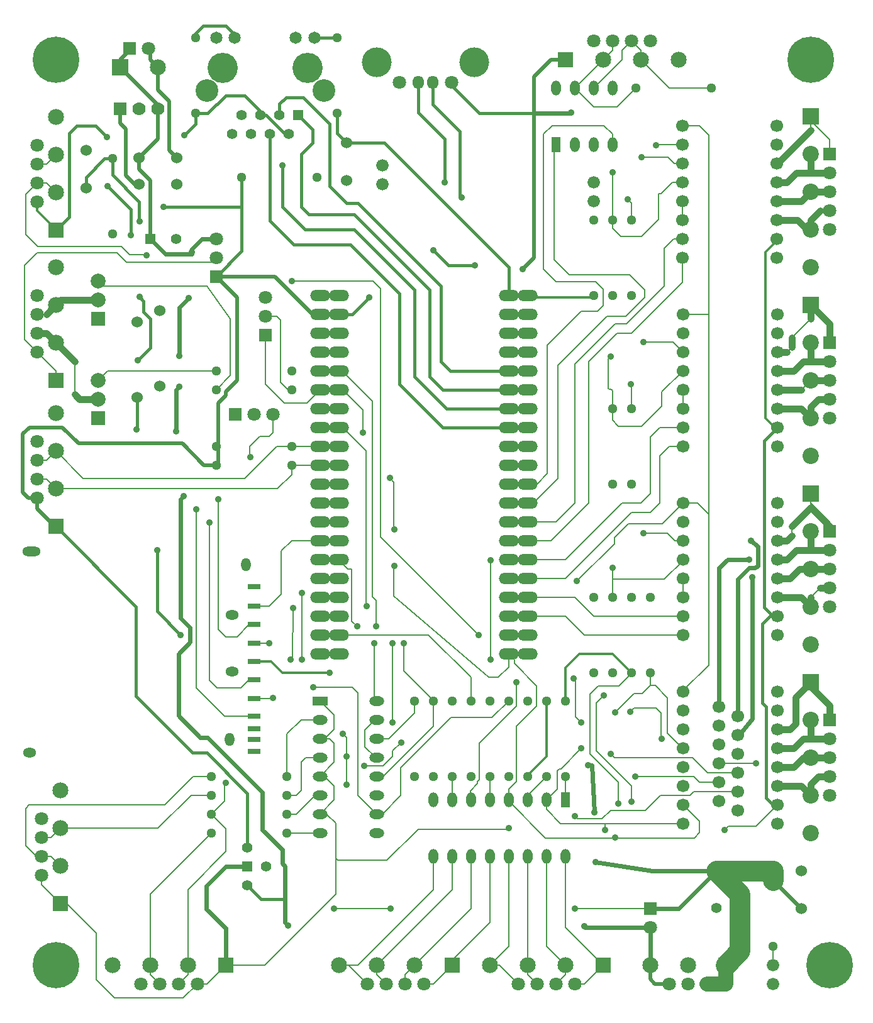
<source format=gtl>
G04 (created by PCBNEW-RS274X (2012-02-06 BZR 3180)-stable) date Sun 03 Jun 2012 09:51:07 PM CEST*
G01*
G70*
G90*
%MOIN*%
G04 Gerber Fmt 3.4, Leading zero omitted, Abs format*
%FSLAX34Y34*%
G04 APERTURE LIST*
%ADD10C,0.006000*%
%ADD11R,0.084600X0.084600*%
%ADD12C,0.084600*%
%ADD13C,0.070900*%
%ADD14R,0.051200X0.078700*%
%ADD15O,0.051200X0.078700*%
%ADD16C,0.246100*%
%ADD17C,0.051200*%
%ADD18C,0.070000*%
%ADD19R,0.070000X0.070000*%
%ADD20C,0.066900*%
%ADD21R,0.078700X0.051200*%
%ADD22O,0.078700X0.051200*%
%ADD23R,0.086600X0.086600*%
%ADD24R,0.070900X0.070900*%
%ADD25C,0.086600*%
%ADD26O,0.106300X0.059100*%
%ADD27C,0.160000*%
%ADD28R,0.055000X0.055000*%
%ADD29C,0.055000*%
%ADD30C,0.120000*%
%ADD31C,0.065000*%
%ADD32C,0.060000*%
%ADD33C,0.066000*%
%ADD34C,0.078700*%
%ADD35R,0.074800X0.074800*%
%ADD36R,0.068900X0.027600*%
%ADD37O,0.050900X0.070400*%
%ADD38O,0.070400X0.050900*%
%ADD39O,0.097800X0.050900*%
%ADD40O,0.059100X0.070900*%
%ADD41C,0.157500*%
%ADD42C,0.035000*%
%ADD43C,0.015700*%
%ADD44C,0.013800*%
%ADD45C,0.008000*%
%ADD46C,0.023600*%
%ADD47C,0.019700*%
%ADD48C,0.035000*%
%ADD49C,0.079900*%
%ADD50C,0.109800*%
G04 APERTURE END LIST*
G54D10*
G54D11*
X49500Y-64000D03*
G54D12*
X47500Y-64000D03*
G54D13*
X48500Y-65000D03*
X47500Y-65000D03*
X46500Y-65000D03*
G54D12*
X45500Y-64000D03*
G54D14*
X40500Y-20500D03*
G54D15*
X41500Y-20500D03*
X42500Y-20500D03*
X43500Y-20500D03*
X43500Y-17500D03*
X42500Y-17500D03*
X41500Y-17500D03*
X40500Y-17500D03*
G54D16*
X14000Y-16000D03*
X54000Y-16000D03*
X14000Y-64000D03*
X55000Y-64000D03*
G54D17*
X26250Y-57000D03*
X22250Y-57000D03*
X41000Y-54000D03*
X41000Y-50000D03*
X40000Y-54000D03*
X40000Y-50000D03*
X23850Y-22250D03*
X27850Y-22250D03*
X26250Y-56000D03*
X22250Y-56000D03*
X37000Y-54000D03*
X37000Y-50000D03*
X45500Y-44500D03*
X45500Y-48500D03*
X35000Y-54000D03*
X35000Y-50000D03*
X33000Y-54000D03*
X33000Y-50000D03*
X42500Y-48500D03*
X42500Y-44500D03*
X34000Y-54000D03*
X34000Y-50000D03*
X38000Y-54000D03*
X38000Y-50000D03*
X26500Y-33500D03*
X22500Y-33500D03*
X43500Y-48500D03*
X43500Y-44500D03*
X26500Y-32500D03*
X22500Y-32500D03*
X44500Y-44500D03*
X44500Y-48500D03*
X43500Y-38500D03*
X43500Y-34500D03*
X17000Y-25250D03*
X17000Y-21250D03*
X44500Y-34500D03*
X44500Y-38500D03*
X36000Y-50000D03*
X36000Y-54000D03*
X43500Y-28500D03*
X43500Y-24500D03*
X26500Y-37500D03*
X22500Y-37500D03*
X26500Y-36500D03*
X22500Y-36500D03*
X44500Y-24500D03*
X44500Y-28500D03*
X52000Y-63000D03*
X52000Y-59000D03*
X42500Y-24500D03*
X42500Y-28500D03*
X21400Y-18850D03*
X21400Y-14850D03*
X28900Y-18850D03*
X28900Y-14850D03*
X48750Y-17500D03*
X44750Y-17500D03*
X39000Y-54000D03*
X39000Y-50000D03*
X26250Y-54000D03*
X22250Y-54000D03*
X26250Y-55000D03*
X22250Y-55000D03*
G54D18*
X19400Y-18600D03*
X18400Y-18600D03*
G54D19*
X17400Y-18600D03*
G54D11*
X14000Y-25050D03*
G54D12*
X14000Y-23050D03*
X14000Y-21050D03*
X14000Y-19050D03*
G54D13*
X13000Y-23550D03*
X13000Y-22550D03*
X13000Y-21550D03*
X13000Y-20550D03*
G54D20*
X47250Y-29500D03*
X47250Y-30500D03*
X47250Y-31500D03*
X47250Y-32500D03*
X47250Y-33500D03*
X47250Y-34500D03*
X47250Y-35500D03*
X47250Y-36500D03*
X52250Y-36500D03*
X52250Y-35500D03*
X52250Y-34500D03*
X52250Y-33500D03*
X52250Y-32500D03*
X52250Y-31500D03*
X52250Y-30500D03*
X52250Y-29500D03*
X47250Y-39500D03*
X47250Y-40500D03*
X47250Y-41500D03*
X47250Y-42500D03*
X47250Y-43500D03*
X47250Y-44500D03*
X47250Y-45500D03*
X47250Y-46500D03*
X52250Y-46500D03*
X52250Y-45500D03*
X52250Y-44500D03*
X52250Y-43500D03*
X52250Y-42500D03*
X52250Y-41500D03*
X52250Y-40500D03*
X52250Y-39500D03*
G54D11*
X41000Y-16000D03*
G54D12*
X43000Y-16000D03*
X45000Y-16000D03*
X47000Y-16000D03*
G54D13*
X42500Y-15000D03*
X43500Y-15000D03*
X44500Y-15000D03*
X45500Y-15000D03*
G54D14*
X41000Y-55250D03*
G54D15*
X40000Y-55250D03*
X39000Y-55250D03*
X38000Y-55250D03*
X37000Y-55250D03*
X36000Y-55250D03*
X35000Y-55250D03*
X34000Y-55250D03*
X34000Y-58250D03*
X35000Y-58250D03*
X36000Y-58250D03*
X37000Y-58250D03*
X38000Y-58250D03*
X39000Y-58250D03*
X40000Y-58250D03*
X41000Y-58250D03*
G54D21*
X28000Y-50000D03*
G54D22*
X28000Y-51000D03*
X28000Y-52000D03*
X28000Y-53000D03*
X28000Y-54000D03*
X28000Y-55000D03*
X28000Y-56000D03*
X28000Y-57000D03*
X31000Y-57000D03*
X31000Y-56000D03*
X31000Y-55000D03*
X31000Y-54000D03*
X31000Y-53000D03*
X31000Y-52000D03*
X31000Y-51000D03*
X31000Y-50000D03*
G54D23*
X17400Y-16400D03*
G54D12*
X19400Y-16400D03*
G54D24*
X17900Y-15400D03*
G54D13*
X18900Y-15400D03*
G54D11*
X14000Y-33000D03*
G54D12*
X14000Y-31000D03*
X14000Y-29000D03*
X14000Y-27000D03*
G54D13*
X13000Y-31500D03*
X13000Y-30500D03*
X13000Y-29500D03*
X13000Y-28500D03*
G54D11*
X14250Y-60750D03*
G54D12*
X14250Y-58750D03*
X14250Y-56750D03*
X14250Y-54750D03*
G54D13*
X13250Y-59250D03*
X13250Y-58250D03*
X13250Y-57250D03*
X13250Y-56250D03*
G54D11*
X23000Y-64000D03*
G54D12*
X21000Y-64000D03*
X19000Y-64000D03*
X17000Y-64000D03*
G54D13*
X21500Y-65000D03*
X20500Y-65000D03*
X19500Y-65000D03*
X18500Y-65000D03*
G54D11*
X43000Y-64000D03*
G54D12*
X41000Y-64000D03*
X39000Y-64000D03*
X37000Y-64000D03*
G54D13*
X41500Y-65000D03*
X40500Y-65000D03*
X39500Y-65000D03*
X38500Y-65000D03*
G54D11*
X14000Y-40750D03*
G54D12*
X14000Y-38750D03*
X14000Y-36750D03*
X14000Y-34750D03*
G54D13*
X13000Y-39250D03*
X13000Y-38250D03*
X13000Y-37250D03*
X13000Y-36250D03*
G54D11*
X35000Y-64000D03*
G54D12*
X33000Y-64000D03*
X31000Y-64000D03*
X29000Y-64000D03*
G54D13*
X33500Y-65000D03*
X32500Y-65000D03*
X31500Y-65000D03*
X30500Y-65000D03*
G54D23*
X54000Y-49000D03*
G54D25*
X54000Y-51000D03*
X54000Y-53000D03*
X54000Y-55000D03*
G54D24*
X55000Y-51000D03*
G54D13*
X55000Y-52000D03*
X55000Y-53000D03*
X55000Y-54000D03*
G54D25*
X54000Y-57000D03*
G54D13*
X55000Y-55000D03*
G54D23*
X54000Y-39000D03*
G54D25*
X54000Y-41000D03*
X54000Y-43000D03*
X54000Y-45000D03*
G54D24*
X55000Y-41000D03*
G54D13*
X55000Y-42000D03*
X55000Y-43000D03*
X55000Y-44000D03*
G54D25*
X54000Y-47000D03*
G54D13*
X55000Y-45000D03*
G54D23*
X54000Y-19000D03*
G54D25*
X54000Y-21000D03*
X54000Y-23000D03*
X54000Y-25000D03*
G54D24*
X55000Y-21000D03*
G54D13*
X55000Y-22000D03*
X55000Y-23000D03*
X55000Y-24000D03*
G54D25*
X54000Y-27000D03*
G54D13*
X55000Y-25000D03*
G54D23*
X54000Y-29000D03*
G54D25*
X54000Y-31000D03*
X54000Y-33000D03*
X54000Y-35000D03*
G54D24*
X55000Y-31000D03*
G54D13*
X55000Y-32000D03*
X55000Y-33000D03*
X55000Y-34000D03*
G54D25*
X54000Y-37000D03*
G54D13*
X55000Y-35000D03*
G54D26*
X39000Y-28500D03*
X39000Y-29500D03*
X39000Y-30500D03*
X39000Y-31500D03*
X39000Y-32500D03*
X39000Y-33500D03*
X39000Y-34500D03*
X39000Y-35500D03*
X39000Y-36500D03*
X39000Y-37500D03*
X39000Y-38500D03*
X39000Y-39500D03*
X39000Y-40500D03*
X39000Y-41500D03*
X39000Y-42500D03*
X39000Y-43500D03*
X39000Y-44500D03*
X39000Y-45500D03*
X39000Y-46500D03*
X39000Y-47500D03*
X28000Y-47500D03*
X28000Y-46500D03*
X28000Y-45500D03*
X28000Y-44500D03*
X28000Y-43500D03*
X28000Y-42500D03*
X28000Y-41500D03*
X28000Y-40500D03*
X28000Y-39500D03*
X28000Y-38500D03*
X28000Y-37500D03*
X28000Y-36500D03*
X28000Y-35500D03*
X28000Y-34500D03*
X28000Y-33500D03*
X28000Y-32500D03*
X28000Y-31500D03*
X28000Y-30500D03*
X28000Y-29500D03*
X28000Y-28500D03*
X29000Y-28500D03*
X29000Y-29500D03*
X29000Y-30500D03*
X29000Y-31500D03*
X29000Y-32500D03*
X29000Y-33500D03*
X29000Y-34500D03*
X29000Y-35500D03*
X29000Y-36500D03*
X29000Y-37500D03*
X29000Y-38500D03*
X29000Y-39500D03*
X29000Y-40500D03*
X29000Y-41500D03*
X29000Y-42500D03*
X29000Y-43500D03*
X29000Y-44500D03*
X29000Y-45500D03*
X29000Y-46500D03*
X29000Y-47500D03*
X38000Y-47500D03*
X38000Y-46500D03*
X38000Y-45500D03*
X38000Y-44500D03*
X38000Y-43500D03*
X38000Y-42500D03*
X38000Y-41500D03*
X38000Y-40500D03*
X38000Y-39500D03*
X38000Y-38500D03*
X38000Y-37500D03*
X38000Y-36500D03*
X38000Y-35500D03*
X38000Y-34500D03*
X38000Y-33500D03*
X38000Y-32500D03*
X38000Y-31500D03*
X38000Y-30500D03*
X38000Y-29500D03*
X38000Y-28500D03*
G54D20*
X47200Y-19500D03*
X47200Y-20500D03*
X47200Y-21500D03*
X47200Y-22500D03*
X47200Y-23500D03*
X47200Y-24500D03*
X47200Y-25500D03*
X47200Y-26500D03*
X52200Y-26500D03*
X52200Y-25500D03*
X52200Y-24500D03*
X52200Y-23500D03*
X52200Y-22500D03*
X52200Y-21500D03*
X52200Y-20500D03*
X52200Y-19500D03*
X47250Y-49500D03*
X47250Y-50500D03*
X47250Y-51500D03*
X47250Y-52500D03*
X47250Y-53500D03*
X47250Y-54500D03*
X47250Y-55500D03*
X47250Y-56500D03*
X52250Y-56500D03*
X52250Y-55500D03*
X52250Y-54500D03*
X52250Y-53500D03*
X52250Y-52500D03*
X52250Y-51500D03*
X52250Y-50500D03*
X52250Y-49500D03*
G54D24*
X22500Y-27500D03*
G54D13*
X22500Y-26500D03*
X22500Y-25500D03*
G54D27*
X22850Y-16450D03*
X27350Y-16450D03*
G54D28*
X26850Y-18950D03*
G54D29*
X26350Y-19950D03*
X25850Y-18950D03*
X25350Y-19950D03*
X24850Y-18950D03*
X24350Y-19950D03*
X23850Y-18950D03*
X23350Y-19950D03*
G54D30*
X28200Y-17650D03*
X22000Y-17650D03*
G54D31*
X27700Y-14850D03*
X26710Y-14850D03*
X23490Y-14850D03*
X22500Y-14850D03*
G54D32*
X53500Y-59000D03*
X53500Y-61000D03*
X15600Y-22800D03*
X15600Y-20800D03*
X29400Y-22400D03*
X29400Y-20400D03*
X20400Y-21200D03*
X18400Y-21200D03*
X20400Y-22600D03*
X18400Y-22600D03*
G54D33*
X42500Y-23500D03*
X42500Y-22500D03*
X31300Y-22600D03*
X31300Y-21600D03*
G54D28*
X49000Y-59000D03*
G54D29*
X49000Y-60969D03*
G54D28*
X19000Y-25500D03*
G54D29*
X20378Y-25500D03*
G54D34*
X16250Y-33000D03*
X16250Y-34000D03*
G54D35*
X16250Y-35000D03*
G54D34*
X16250Y-27750D03*
X16250Y-28750D03*
G54D35*
X16250Y-29750D03*
G54D24*
X45500Y-61000D03*
G54D13*
X45500Y-62000D03*
G54D24*
X23500Y-34800D03*
G54D13*
X24500Y-34800D03*
X25500Y-34800D03*
G54D24*
X25100Y-30600D03*
G54D13*
X25100Y-29600D03*
X25100Y-28600D03*
G54D36*
X24500Y-44978D03*
X24500Y-45957D03*
X24500Y-46935D03*
X24500Y-47913D03*
X24500Y-48890D03*
X24500Y-49869D03*
X24500Y-50818D03*
X24500Y-51483D03*
X24500Y-43963D03*
X24500Y-52050D03*
X24500Y-52676D03*
G54D37*
X24081Y-42770D03*
G54D38*
X23364Y-45443D03*
X23364Y-48463D03*
X12616Y-52758D03*
G54D37*
X23222Y-52053D03*
G54D39*
X12719Y-42085D03*
G54D40*
X33205Y-17220D03*
X33995Y-17220D03*
G54D13*
X32225Y-17220D03*
G54D41*
X31015Y-16150D03*
X36185Y-16150D03*
G54D13*
X34975Y-17220D03*
G54D33*
X52000Y-64000D03*
X52000Y-65000D03*
G54D32*
X19520Y-33300D03*
X19520Y-29300D03*
X18315Y-33900D03*
X18315Y-29900D03*
G54D28*
X24155Y-58765D03*
G54D29*
X24155Y-57765D03*
X24155Y-59765D03*
X25155Y-58765D03*
G54D20*
X50150Y-55800D03*
X49150Y-55300D03*
X50150Y-54800D03*
X49150Y-54300D03*
X50150Y-53800D03*
X49150Y-53300D03*
X50150Y-52800D03*
X49150Y-52300D03*
X50150Y-51800D03*
X49150Y-51300D03*
X50150Y-50800D03*
X49150Y-50300D03*
G54D42*
X16700Y-20100D03*
X20800Y-20000D03*
X28500Y-48500D03*
X43800Y-55450D03*
X49450Y-56850D03*
X19700Y-23800D03*
X41325Y-18825D03*
X38750Y-27100D03*
X30600Y-28600D03*
X36200Y-26900D03*
X34000Y-26100D03*
X51100Y-53300D03*
X25300Y-46950D03*
X25500Y-49850D03*
X29400Y-52950D03*
X29400Y-54450D03*
X29200Y-51750D03*
X44300Y-23410D03*
X45040Y-21170D03*
X45825Y-20550D03*
X34600Y-22500D03*
X30870Y-46942D03*
X29988Y-46060D03*
X44490Y-33210D03*
X50850Y-41500D03*
X43420Y-31750D03*
X45140Y-30970D03*
X31700Y-38175D03*
X24325Y-37075D03*
X31950Y-40925D03*
X43650Y-57250D03*
X31950Y-42850D03*
X50900Y-43450D03*
X32300Y-52200D03*
X23000Y-54350D03*
X43400Y-52800D03*
X30350Y-53450D03*
X44700Y-54000D03*
X22146Y-40551D03*
X22600Y-39300D03*
X21457Y-39862D03*
X32438Y-46942D03*
X30478Y-44982D03*
X26000Y-21600D03*
X45135Y-41100D03*
X17985Y-25315D03*
X16760Y-22725D03*
X18825Y-26375D03*
X35500Y-23300D03*
X43650Y-50600D03*
X44440Y-50580D03*
X46110Y-52010D03*
X43520Y-21990D03*
X43500Y-42930D03*
X31850Y-46942D03*
X30968Y-46060D03*
X31850Y-51156D03*
X18360Y-31950D03*
X18435Y-28580D03*
X18280Y-35605D03*
X18450Y-24585D03*
X20630Y-46505D03*
X19380Y-42005D03*
X50750Y-42500D03*
X37044Y-47824D03*
X30282Y-35770D03*
X38416Y-49000D03*
X37044Y-42532D03*
X41846Y-51156D03*
X43100Y-56850D03*
X26500Y-27750D03*
X41846Y-52528D03*
X41454Y-48804D03*
X36400Y-46500D03*
X26460Y-47824D03*
X27636Y-49294D03*
X26575Y-45075D03*
X27048Y-47824D03*
X27048Y-44296D03*
X41500Y-56100D03*
X38000Y-56750D03*
X41620Y-43660D03*
X43050Y-49700D03*
X44500Y-55350D03*
X20395Y-35705D03*
X20545Y-33355D03*
X20545Y-31705D03*
X21055Y-28645D03*
X42000Y-61950D03*
X26320Y-61915D03*
X21200Y-26225D03*
X20795Y-39155D03*
X42550Y-55900D03*
X41500Y-61000D03*
X31750Y-61000D03*
X28750Y-61000D03*
X42600Y-58550D03*
X42200Y-53400D03*
G54D43*
X21400Y-18850D02*
X21400Y-19400D01*
X14700Y-24350D02*
X14000Y-25050D01*
X14700Y-19900D02*
X14700Y-24350D01*
X15100Y-19500D02*
X14700Y-19900D01*
X16100Y-19500D02*
X15100Y-19500D01*
X16700Y-20100D02*
X16100Y-19500D01*
X21400Y-19400D02*
X20800Y-20000D01*
X38000Y-28500D02*
X38000Y-27000D01*
X31400Y-20400D02*
X29400Y-20400D01*
X38000Y-27000D02*
X31400Y-20400D01*
X21400Y-18850D02*
X22050Y-18850D01*
X24850Y-18750D02*
X24850Y-18950D01*
X24000Y-17900D02*
X24850Y-18750D01*
X23000Y-17900D02*
X24000Y-17900D01*
X22050Y-18850D02*
X23000Y-17900D01*
G54D44*
X39000Y-28600D02*
X42600Y-28600D01*
X42600Y-28600D02*
X42500Y-28500D01*
G54D43*
X52000Y-55500D02*
X51650Y-55150D01*
X51650Y-55150D02*
X51650Y-50300D01*
X51650Y-50300D02*
X51450Y-50100D01*
X51450Y-50100D02*
X51450Y-45900D01*
X51450Y-45900D02*
X51850Y-45500D01*
X51850Y-45500D02*
X52250Y-45500D01*
X52250Y-55500D02*
X52000Y-55500D01*
G54D44*
X25413Y-47913D02*
X24500Y-47913D01*
X26000Y-48500D02*
X25413Y-47913D01*
X39000Y-54000D02*
X39000Y-53950D01*
X39000Y-53950D02*
X40000Y-52950D01*
X52250Y-35500D02*
X52200Y-35600D01*
X52200Y-35600D02*
X51600Y-35000D01*
X51600Y-35000D02*
X51600Y-26200D01*
X14000Y-25050D02*
X14000Y-25000D01*
X14000Y-25000D02*
X13000Y-24000D01*
X13000Y-24000D02*
X13000Y-23550D01*
X28500Y-48500D02*
X26000Y-48500D01*
X43500Y-47500D02*
X41750Y-47500D01*
X41750Y-47500D02*
X41000Y-48250D01*
X39000Y-28500D02*
X39000Y-28600D01*
G54D45*
X42300Y-49650D02*
X42300Y-52800D01*
X42300Y-52800D02*
X43800Y-54300D01*
X43800Y-54300D02*
X43800Y-55450D01*
X49450Y-56850D02*
X49650Y-56650D01*
X49650Y-56650D02*
X51100Y-56650D01*
X51100Y-56650D02*
X52250Y-55500D01*
X44500Y-48500D02*
X44500Y-48550D01*
G54D44*
X51600Y-26200D02*
X52200Y-25600D01*
X52200Y-25600D02*
X52200Y-25500D01*
X40000Y-52950D02*
X40000Y-50000D01*
G54D43*
X28900Y-19900D02*
X29400Y-20400D01*
X28900Y-18850D02*
X28900Y-19900D01*
X25150Y-18950D02*
X26150Y-19950D01*
X26150Y-19950D02*
X26350Y-19950D01*
X24850Y-18950D02*
X25150Y-18950D01*
G54D45*
X42750Y-49200D02*
X42300Y-49650D01*
X43850Y-49200D02*
X42750Y-49200D01*
X44500Y-48550D02*
X43850Y-49200D01*
G54D43*
X52250Y-45500D02*
X52000Y-45500D01*
X51550Y-36200D02*
X52250Y-35500D01*
X51550Y-45050D02*
X51550Y-36200D01*
X52000Y-45500D02*
X51550Y-45050D01*
G54D44*
X44500Y-48500D02*
X43500Y-47500D01*
X41000Y-48250D02*
X41000Y-50000D01*
G54D43*
X34975Y-17220D02*
X34975Y-17375D01*
X36440Y-18840D02*
X39350Y-18840D01*
X34975Y-17375D02*
X36440Y-18840D01*
G54D46*
X41325Y-18825D02*
X41310Y-18840D01*
G54D43*
X22000Y-52750D02*
X21250Y-52750D01*
G54D47*
X18400Y-22600D02*
X18171Y-22600D01*
G54D43*
X23800Y-23800D02*
X23850Y-23800D01*
X23850Y-23800D02*
X23800Y-23800D01*
X19700Y-23800D02*
X23850Y-23800D01*
G54D47*
X12550Y-39250D02*
X13000Y-39250D01*
X22500Y-37500D02*
X21850Y-37500D01*
X22500Y-37500D02*
X22600Y-37600D01*
X22600Y-37600D02*
X22600Y-36600D01*
X17717Y-19686D02*
X17400Y-19369D01*
X22500Y-27500D02*
X25600Y-27500D01*
X27600Y-29500D02*
X28000Y-29500D01*
X39350Y-16900D02*
X40250Y-16000D01*
X23000Y-33600D02*
X23000Y-33800D01*
X25600Y-27500D02*
X27600Y-29500D01*
G54D46*
X41310Y-18840D02*
X39350Y-18840D01*
G54D43*
X21250Y-52750D02*
X18250Y-49750D01*
X24155Y-57765D02*
X24155Y-54905D01*
X24155Y-54905D02*
X22000Y-52750D01*
G54D47*
X23600Y-33000D02*
X23000Y-33600D01*
G54D43*
X18250Y-49750D02*
X18250Y-45000D01*
G54D47*
X14000Y-40800D02*
X13000Y-39800D01*
X18171Y-22600D02*
X17717Y-22146D01*
X22500Y-27500D02*
X23600Y-28600D01*
X23600Y-28600D02*
X23600Y-33000D01*
X20700Y-36350D02*
X15200Y-36350D01*
X21850Y-37500D02*
X20700Y-36350D01*
X38750Y-27100D02*
X39350Y-26500D01*
X39350Y-26500D02*
X39350Y-18840D01*
G54D43*
X29700Y-29500D02*
X30600Y-28600D01*
X29000Y-29500D02*
X29700Y-29500D01*
X34800Y-26900D02*
X36200Y-26900D01*
X34000Y-26100D02*
X34800Y-26900D01*
G54D47*
X40250Y-16000D02*
X41000Y-16000D01*
X12600Y-35500D02*
X12250Y-35850D01*
X39350Y-18840D02*
X39350Y-16900D01*
X23000Y-33800D02*
X22600Y-34200D01*
X22600Y-34200D02*
X22600Y-36600D01*
X12250Y-38950D02*
X12550Y-39250D01*
X12250Y-35850D02*
X12250Y-38950D01*
X22600Y-36600D02*
X22500Y-36500D01*
X17717Y-22146D02*
X17717Y-19686D01*
X17400Y-19369D02*
X17400Y-18600D01*
X14350Y-35500D02*
X12600Y-35500D01*
G54D43*
X18250Y-45000D02*
X14000Y-40750D01*
X23850Y-22250D02*
X23850Y-23800D01*
X23850Y-23800D02*
X23850Y-26150D01*
X23850Y-26150D02*
X22500Y-27500D01*
G54D47*
X13000Y-39800D02*
X13000Y-39250D01*
X14000Y-40750D02*
X14000Y-40800D01*
X15200Y-36350D02*
X14350Y-35500D01*
X20400Y-21200D02*
X20000Y-20800D01*
G54D45*
X29400Y-52950D02*
X29400Y-54450D01*
X24500Y-46935D02*
X25285Y-46935D01*
X49150Y-53300D02*
X51100Y-53300D01*
X24500Y-49869D02*
X25381Y-49869D01*
X25450Y-49800D02*
X25500Y-49850D01*
G54D47*
X19000Y-15400D02*
X18900Y-15400D01*
G54D45*
X30380Y-51548D02*
X30380Y-52430D01*
G54D47*
X19400Y-16400D02*
X19000Y-16000D01*
G54D45*
X29400Y-52950D02*
X29400Y-51950D01*
X25285Y-46935D02*
X25300Y-46950D01*
G54D47*
X19400Y-17600D02*
X19400Y-16400D01*
G54D45*
X30380Y-52430D02*
X30968Y-53018D01*
G54D47*
X19000Y-16000D02*
X19000Y-15400D01*
X20000Y-18200D02*
X19400Y-17600D01*
G54D45*
X31000Y-51000D02*
X30968Y-50960D01*
X30968Y-50960D02*
X30380Y-51548D01*
X30968Y-53018D02*
X31000Y-53000D01*
X25381Y-49869D02*
X25450Y-49800D01*
X29400Y-51950D02*
X29200Y-51750D01*
G54D47*
X20000Y-20800D02*
X20000Y-18200D01*
G54D45*
X44500Y-24500D02*
X44500Y-23610D01*
X44500Y-23610D02*
X44300Y-23410D01*
X47200Y-23500D02*
X47200Y-24500D01*
X46440Y-21170D02*
X45040Y-21170D01*
X46770Y-21500D02*
X46440Y-21170D01*
X47200Y-21500D02*
X46770Y-21500D01*
X45855Y-20550D02*
X45825Y-20550D01*
X47200Y-20500D02*
X45905Y-20500D01*
X45905Y-20500D02*
X45855Y-20550D01*
G54D43*
X33205Y-18805D02*
X34600Y-20200D01*
X34600Y-20200D02*
X34600Y-22500D01*
X33205Y-17220D02*
X33205Y-18805D01*
G54D45*
X40532Y-27782D02*
X39850Y-27100D01*
X43000Y-29050D02*
X43000Y-28182D01*
X43000Y-28182D02*
X42600Y-27782D01*
X39850Y-19950D02*
X40300Y-19500D01*
X39500Y-38500D02*
X40050Y-37950D01*
X39850Y-27100D02*
X39850Y-19950D01*
X43050Y-19500D02*
X43500Y-19950D01*
X42600Y-27782D02*
X40532Y-27782D01*
X40050Y-37950D02*
X40050Y-31150D01*
X42700Y-29350D02*
X43000Y-29050D01*
X40050Y-31150D02*
X41850Y-29350D01*
X40300Y-19500D02*
X43050Y-19500D01*
X41850Y-29350D02*
X42700Y-29350D01*
X43500Y-19950D02*
X43500Y-20500D01*
X39000Y-38500D02*
X39500Y-38500D01*
X38000Y-39500D02*
X39000Y-39500D01*
X40400Y-26600D02*
X41200Y-27400D01*
X41200Y-27400D02*
X44400Y-27400D01*
X40600Y-38200D02*
X39200Y-39600D01*
X45200Y-28600D02*
X44200Y-29600D01*
X43200Y-29600D02*
X40600Y-32200D01*
X40400Y-20600D02*
X40400Y-26600D01*
X38100Y-39600D02*
X38000Y-39500D01*
X44400Y-27400D02*
X45200Y-28200D01*
X44200Y-29600D02*
X43200Y-29600D01*
X40600Y-32200D02*
X40600Y-38200D01*
X40500Y-20500D02*
X40400Y-20600D01*
X39200Y-39600D02*
X38100Y-39600D01*
X45200Y-28200D02*
X45200Y-28600D01*
X45500Y-36000D02*
X45500Y-39000D01*
X45500Y-39000D02*
X45000Y-39500D01*
X47250Y-35500D02*
X46000Y-35500D01*
X46000Y-35500D02*
X45500Y-36000D01*
X44000Y-39500D02*
X41000Y-42500D01*
X45000Y-39500D02*
X44000Y-39500D01*
X41000Y-42500D02*
X38000Y-42500D01*
X29498Y-43022D02*
X29008Y-42532D01*
X29694Y-45766D02*
X29694Y-43022D01*
X30968Y-49980D02*
X30870Y-49882D01*
X29988Y-46060D02*
X29694Y-45766D01*
X30870Y-49882D02*
X30870Y-46942D01*
X29008Y-42532D02*
X29000Y-42500D01*
X29694Y-43022D02*
X29498Y-43022D01*
X31000Y-50000D02*
X30968Y-49980D01*
X44500Y-34500D02*
X44500Y-33220D01*
X44500Y-33220D02*
X44490Y-33210D01*
G54D46*
X51200Y-41800D02*
X50850Y-41500D01*
X51200Y-42833D02*
X51200Y-41800D01*
X51033Y-42950D02*
X51200Y-42833D01*
X50750Y-42950D02*
X51033Y-42950D01*
X50150Y-43550D02*
X50750Y-42950D01*
G54D45*
X54000Y-39000D02*
X54000Y-39500D01*
X53000Y-41250D02*
X53000Y-40750D01*
G54D48*
X55000Y-40750D02*
X54000Y-39750D01*
G54D45*
X55000Y-40500D02*
X55000Y-41000D01*
G54D48*
X55000Y-41000D02*
X55000Y-40750D01*
G54D45*
X54000Y-39500D02*
X55000Y-40500D01*
G54D48*
X53000Y-40750D02*
X54000Y-39750D01*
G54D45*
X54000Y-39750D02*
X54000Y-39000D01*
G54D46*
X50150Y-50800D02*
X50150Y-43550D01*
G54D48*
X52250Y-41500D02*
X52750Y-41500D01*
X52750Y-41500D02*
X53000Y-41250D01*
G54D45*
X43830Y-35445D02*
X45045Y-35445D01*
X43500Y-34500D02*
X43500Y-35115D01*
X43500Y-35115D02*
X43830Y-35445D01*
X45045Y-35445D02*
X46125Y-34365D01*
X43425Y-33480D02*
X43340Y-33480D01*
X43340Y-33480D02*
X43290Y-33430D01*
X46125Y-33625D02*
X47250Y-32500D01*
X43290Y-31880D02*
X43420Y-31750D01*
X46125Y-34365D02*
X46125Y-33625D01*
X43500Y-34500D02*
X43500Y-33555D01*
X43500Y-33555D02*
X43425Y-33480D01*
X43290Y-33430D02*
X43290Y-31880D01*
G54D48*
X52250Y-21500D02*
X54000Y-19750D01*
G54D45*
X54000Y-19750D02*
X54000Y-19000D01*
G54D48*
X52200Y-21500D02*
X52250Y-21500D01*
G54D45*
X54000Y-19250D02*
X55000Y-20250D01*
X55000Y-20250D02*
X55000Y-21000D01*
G54D48*
X54000Y-19000D02*
X54000Y-19250D01*
G54D45*
X41500Y-39500D02*
X40500Y-40500D01*
X40500Y-40500D02*
X38000Y-40500D01*
X47200Y-25500D02*
X46750Y-25500D01*
X46250Y-26000D02*
X46250Y-28000D01*
X46750Y-25500D02*
X46250Y-26000D01*
X41500Y-32150D02*
X41500Y-39500D01*
X43650Y-30000D02*
X41500Y-32150D01*
X46250Y-28000D02*
X44250Y-30000D01*
X44250Y-30000D02*
X43650Y-30000D01*
G54D48*
X52200Y-23500D02*
X53500Y-23500D01*
X53500Y-23500D02*
X54000Y-23000D01*
X54000Y-23000D02*
X55000Y-23000D01*
X53250Y-22000D02*
X54000Y-22000D01*
X52750Y-22500D02*
X53250Y-22000D01*
X52200Y-22500D02*
X52750Y-22500D01*
G54D45*
X53250Y-22000D02*
X55000Y-22000D01*
G54D48*
X54000Y-22000D02*
X55000Y-22000D01*
X54000Y-21000D02*
X54000Y-22000D01*
G54D45*
X45150Y-30980D02*
X46730Y-30980D01*
X45140Y-30970D02*
X45150Y-30980D01*
X46730Y-30980D02*
X47250Y-31500D01*
G54D48*
X52250Y-31500D02*
X52750Y-31500D01*
G54D45*
X52750Y-31500D02*
X53000Y-31250D01*
G54D48*
X53000Y-31250D02*
X53000Y-30750D01*
X54000Y-29750D02*
X54000Y-29000D01*
X55000Y-30000D02*
X55000Y-31000D01*
G54D45*
X53000Y-30750D02*
X54000Y-29750D01*
G54D48*
X54000Y-29000D02*
X55000Y-30000D01*
G54D45*
X45500Y-40000D02*
X44500Y-40000D01*
X47250Y-36500D02*
X46500Y-36500D01*
X46500Y-36500D02*
X46000Y-37000D01*
X46000Y-39500D02*
X45500Y-40000D01*
X41000Y-43500D02*
X38000Y-43500D01*
X44500Y-40000D02*
X41000Y-43500D01*
X46000Y-37000D02*
X46000Y-39500D01*
G54D48*
X55000Y-54000D02*
X54400Y-54000D01*
X54400Y-54000D02*
X54000Y-54400D01*
X54000Y-54400D02*
X54000Y-55000D01*
X52250Y-54500D02*
X53500Y-54500D01*
X53500Y-54500D02*
X54000Y-55000D01*
G54D45*
X38024Y-55272D02*
X38000Y-55250D01*
X36950Y-48750D02*
X31900Y-44450D01*
X38000Y-48200D02*
X37450Y-48750D01*
X48130Y-56380D02*
X47250Y-55500D01*
X31925Y-40900D02*
X31925Y-38400D01*
X38000Y-55322D02*
X39961Y-57283D01*
X39495Y-50273D02*
X38416Y-51352D01*
X43650Y-57283D02*
X47835Y-57283D01*
X38000Y-55250D02*
X38000Y-55322D01*
X38024Y-54684D02*
X38024Y-55272D01*
X43650Y-57250D02*
X43650Y-57283D01*
X37450Y-48750D02*
X36950Y-48750D01*
X24825Y-35975D02*
X25300Y-35975D01*
X24275Y-37025D02*
X24275Y-36525D01*
X48130Y-56988D02*
X48130Y-56380D01*
X31900Y-42900D02*
X31950Y-42850D01*
X25300Y-35975D02*
X25500Y-35775D01*
X31950Y-40925D02*
X31925Y-40900D01*
X38416Y-51352D02*
X38416Y-54292D01*
X25500Y-35775D02*
X25500Y-34800D01*
X31925Y-38400D02*
X31700Y-38175D01*
X38000Y-47500D02*
X38024Y-47530D01*
X38416Y-54292D02*
X38024Y-54684D01*
X38318Y-47824D02*
X38318Y-48020D01*
X31900Y-44450D02*
X31900Y-42900D01*
X24325Y-37075D02*
X24275Y-37025D01*
X38318Y-48020D02*
X39495Y-49197D01*
X39961Y-57283D02*
X43650Y-57283D01*
X24275Y-36525D02*
X24825Y-35975D01*
X39495Y-49197D02*
X39495Y-50273D01*
X38000Y-47500D02*
X38000Y-48200D01*
X47835Y-57283D02*
X48130Y-56988D01*
X38024Y-47530D02*
X38318Y-47824D01*
X28000Y-45500D02*
X29000Y-45500D01*
G54D48*
X54000Y-45000D02*
X54000Y-44500D01*
X54500Y-44000D02*
X55000Y-44000D01*
G54D45*
X54500Y-44000D02*
X54000Y-44500D01*
G54D48*
X53500Y-44500D02*
X54000Y-45000D01*
X52250Y-44500D02*
X53500Y-44500D01*
G54D46*
X50150Y-51800D02*
X50200Y-51800D01*
X50900Y-50950D02*
X50900Y-43450D01*
X50200Y-51800D02*
X50900Y-50950D01*
G54D45*
X53500Y-43000D02*
X53000Y-43500D01*
X53000Y-43500D02*
X52250Y-43500D01*
G54D48*
X52250Y-43500D02*
X52900Y-43500D01*
G54D45*
X54000Y-43000D02*
X55000Y-43000D01*
G54D48*
X53400Y-43000D02*
X55000Y-43000D01*
X52900Y-43500D02*
X53400Y-43000D01*
G54D45*
X54000Y-43000D02*
X53500Y-43000D01*
X52000Y-63000D02*
X52000Y-64000D01*
X26300Y-33500D02*
X26500Y-33500D01*
X25900Y-29800D02*
X25900Y-33100D01*
X25900Y-33100D02*
X26300Y-33500D01*
X25100Y-29600D02*
X25700Y-29600D01*
X25700Y-29600D02*
X25900Y-29800D01*
X43000Y-16000D02*
X43500Y-15500D01*
X43750Y-18500D02*
X44750Y-17500D01*
X41500Y-17500D02*
X42500Y-18500D01*
X43500Y-15500D02*
X43500Y-15000D01*
X41500Y-17500D02*
X43000Y-16000D01*
X42500Y-18500D02*
X43750Y-18500D01*
X13000Y-26250D02*
X12350Y-26900D01*
X17250Y-26250D02*
X13000Y-26250D01*
X14000Y-32500D02*
X13000Y-31500D01*
X12350Y-30850D02*
X13000Y-31500D01*
X12350Y-26900D02*
X12350Y-30850D01*
X22250Y-26750D02*
X17750Y-26750D01*
X14000Y-33000D02*
X14000Y-32500D01*
X22500Y-26500D02*
X22250Y-26750D01*
X17750Y-26750D02*
X17250Y-26250D01*
X22000Y-28000D02*
X23250Y-29750D01*
X16500Y-28000D02*
X22000Y-28000D01*
X23250Y-32750D02*
X23250Y-29750D01*
X22500Y-33500D02*
X23250Y-32750D01*
X16500Y-28000D02*
X16250Y-27750D01*
G54D48*
X15250Y-34000D02*
X15000Y-33750D01*
X13500Y-30500D02*
X14000Y-31000D01*
X15000Y-32000D02*
X14000Y-31000D01*
X16250Y-34000D02*
X15250Y-34000D01*
X13000Y-30500D02*
X13500Y-30500D01*
G54D45*
X15000Y-32000D02*
X15000Y-33750D01*
X16250Y-33000D02*
X16750Y-32500D01*
X16750Y-32500D02*
X22500Y-32500D01*
X13250Y-57250D02*
X13750Y-57250D01*
X14250Y-56750D02*
X19431Y-56750D01*
X19431Y-56750D02*
X21181Y-55000D01*
X21181Y-55000D02*
X22250Y-55000D01*
X13750Y-57250D02*
X14250Y-56750D01*
X32300Y-52200D02*
X31850Y-52650D01*
X31850Y-52650D02*
X31850Y-52950D01*
X31350Y-53450D02*
X30350Y-53450D01*
X31850Y-52950D02*
X31350Y-53450D01*
X23031Y-56781D02*
X22250Y-56000D01*
X23031Y-57973D02*
X23031Y-56781D01*
X21000Y-64000D02*
X21000Y-64500D01*
X21000Y-64000D02*
X21000Y-60004D01*
X21000Y-60004D02*
X23031Y-57973D01*
X50150Y-53800D02*
X48550Y-53800D01*
X22950Y-55300D02*
X22250Y-56000D01*
X43600Y-53000D02*
X43400Y-52800D01*
X21000Y-64500D02*
X20500Y-65000D01*
X23000Y-54350D02*
X22950Y-54400D01*
X47750Y-53000D02*
X43600Y-53000D01*
X48550Y-53800D02*
X47750Y-53000D01*
X22950Y-54400D02*
X22950Y-55300D01*
X13250Y-58250D02*
X13750Y-58250D01*
X13750Y-58250D02*
X14250Y-58750D01*
X12598Y-55512D02*
X19783Y-55512D01*
X12974Y-58250D02*
X12402Y-57678D01*
X12402Y-55708D02*
X12598Y-55512D01*
X19783Y-55512D02*
X21295Y-54000D01*
X13250Y-58250D02*
X12974Y-58250D01*
X12402Y-57678D02*
X12402Y-55708D01*
X21295Y-54000D02*
X22250Y-54000D01*
X27000Y-51000D02*
X26250Y-51750D01*
X26250Y-51750D02*
X26250Y-54000D01*
X28000Y-51000D02*
X27000Y-51000D01*
X28000Y-53000D02*
X27250Y-53000D01*
X27250Y-53000D02*
X27000Y-53250D01*
X27000Y-53250D02*
X27000Y-54750D01*
X27000Y-54750D02*
X26750Y-55000D01*
X26750Y-55000D02*
X26250Y-55000D01*
X27750Y-55000D02*
X26750Y-56000D01*
X26750Y-56000D02*
X26250Y-56000D01*
X28000Y-55000D02*
X27750Y-55000D01*
X48100Y-54300D02*
X47800Y-54000D01*
X47800Y-54000D02*
X44700Y-54000D01*
X19000Y-64000D02*
X19000Y-64500D01*
X19000Y-64500D02*
X19500Y-65000D01*
X19000Y-60250D02*
X22250Y-57000D01*
X19000Y-64000D02*
X19000Y-60250D01*
X49150Y-54300D02*
X48100Y-54300D01*
X37000Y-64000D02*
X37500Y-64000D01*
X38000Y-58250D02*
X38000Y-63000D01*
X37500Y-64000D02*
X38500Y-65000D01*
X38000Y-63000D02*
X37000Y-64000D01*
X30000Y-64000D02*
X34000Y-60000D01*
X29500Y-64000D02*
X30500Y-65000D01*
X29000Y-64000D02*
X30000Y-64000D01*
X34000Y-60000D02*
X34000Y-58250D01*
X29000Y-64000D02*
X29500Y-64000D01*
X32500Y-65000D02*
X32500Y-64500D01*
X36000Y-61000D02*
X36000Y-58250D01*
X33000Y-64000D02*
X36000Y-61000D01*
X32500Y-64500D02*
X33000Y-64000D01*
X35000Y-54000D02*
X35000Y-55250D01*
X37000Y-55250D02*
X37000Y-54000D01*
X39000Y-55000D02*
X40000Y-54000D01*
X39000Y-55250D02*
X39000Y-55000D01*
X41000Y-54000D02*
X41000Y-55250D01*
X42000Y-65000D02*
X43000Y-64000D01*
X41000Y-62000D02*
X43000Y-64000D01*
X41500Y-65000D02*
X42000Y-65000D01*
X41000Y-58250D02*
X41000Y-62000D01*
X41000Y-64500D02*
X40500Y-65000D01*
X40000Y-63000D02*
X41000Y-64000D01*
X40000Y-58250D02*
X40000Y-63000D01*
X41000Y-64000D02*
X41000Y-64500D01*
X39000Y-64000D02*
X39000Y-58250D01*
X39000Y-64500D02*
X39500Y-65000D01*
X39000Y-64000D02*
X39000Y-64500D01*
X37000Y-61750D02*
X37000Y-58250D01*
X35000Y-64000D02*
X35000Y-63750D01*
X33500Y-65000D02*
X34000Y-65000D01*
X34000Y-65000D02*
X35000Y-64000D01*
X35000Y-63750D02*
X37000Y-61750D01*
X35000Y-60000D02*
X35000Y-58250D01*
X31000Y-64000D02*
X35000Y-60000D01*
X31000Y-64500D02*
X31500Y-65000D01*
X31000Y-64000D02*
X31000Y-64500D01*
X24500Y-48890D02*
X24239Y-48890D01*
X22146Y-48917D02*
X22146Y-40551D01*
X23818Y-49311D02*
X22540Y-49311D01*
X22540Y-49311D02*
X22146Y-48917D01*
X24239Y-48890D02*
X23818Y-49311D01*
X28000Y-40500D02*
X29000Y-40500D01*
X24500Y-48890D02*
X24239Y-48890D01*
X23600Y-46600D02*
X23000Y-46600D01*
X22600Y-46200D02*
X22600Y-39300D01*
X23000Y-46600D02*
X22600Y-46200D01*
X24500Y-45957D02*
X24243Y-45957D01*
X28000Y-38500D02*
X29000Y-38500D01*
X24243Y-45957D02*
X23600Y-46600D01*
X24500Y-44978D02*
X25322Y-44978D01*
X26500Y-41500D02*
X28000Y-41500D01*
X25322Y-44978D02*
X25950Y-44350D01*
X28000Y-41500D02*
X29000Y-41500D01*
X25950Y-42050D02*
X26500Y-41500D01*
X25950Y-44350D02*
X25950Y-42050D01*
X21457Y-49311D02*
X21457Y-39862D01*
X22964Y-50818D02*
X21457Y-49311D01*
X24500Y-50818D02*
X22964Y-50818D01*
X28000Y-39500D02*
X29000Y-39500D01*
X30434Y-36800D02*
X30434Y-36734D01*
X29200Y-35500D02*
X29000Y-35500D01*
X34000Y-51335D02*
X34000Y-50000D01*
X30478Y-44982D02*
X30434Y-44938D01*
X30434Y-44938D02*
X30434Y-36800D01*
X32438Y-48412D02*
X32438Y-46942D01*
X34000Y-50000D02*
X34006Y-49980D01*
X31000Y-54000D02*
X31335Y-54000D01*
X30434Y-36734D02*
X29200Y-35500D01*
X34006Y-49980D02*
X32438Y-48412D01*
X28000Y-35500D02*
X29000Y-35500D01*
X31335Y-54000D02*
X34000Y-51335D01*
X26250Y-57000D02*
X28000Y-57000D01*
G54D43*
X38000Y-35500D02*
X34500Y-35500D01*
X25350Y-24550D02*
X25350Y-19950D01*
X26600Y-25800D02*
X25350Y-24550D01*
X29600Y-25800D02*
X26600Y-25800D01*
X32200Y-28400D02*
X29600Y-25800D01*
X32200Y-33200D02*
X32200Y-28400D01*
X34500Y-35500D02*
X32200Y-33200D01*
G54D45*
X39000Y-35500D02*
X38000Y-35500D01*
G54D43*
X38000Y-33500D02*
X34500Y-33500D01*
X27600Y-19700D02*
X26850Y-18950D01*
X27600Y-20400D02*
X27600Y-19700D01*
X27000Y-21000D02*
X27600Y-20400D01*
X27000Y-23800D02*
X27000Y-21000D01*
X27400Y-24200D02*
X27000Y-23800D01*
X29800Y-24200D02*
X27400Y-24200D01*
X33800Y-28200D02*
X29800Y-24200D01*
X33800Y-32800D02*
X33800Y-28200D01*
X34500Y-33500D02*
X33800Y-32800D01*
G54D45*
X39000Y-33500D02*
X38000Y-33500D01*
G54D43*
X38000Y-34500D02*
X34700Y-34500D01*
X26000Y-23800D02*
X26000Y-21600D01*
X27200Y-25000D02*
X26000Y-23800D01*
X29800Y-25000D02*
X27200Y-25000D01*
X33000Y-28200D02*
X29800Y-25000D01*
X33000Y-32800D02*
X33000Y-28200D01*
X34700Y-34500D02*
X33000Y-32800D01*
G54D45*
X39000Y-34500D02*
X38000Y-34500D01*
G54D43*
X38000Y-32500D02*
X34900Y-32500D01*
X25850Y-18350D02*
X25850Y-18950D01*
X26200Y-18000D02*
X25850Y-18350D01*
X27100Y-18000D02*
X26200Y-18000D01*
X28500Y-19400D02*
X27100Y-18000D01*
X28500Y-22700D02*
X28500Y-19400D01*
X29400Y-23600D02*
X28500Y-22700D01*
X30000Y-23600D02*
X29400Y-23600D01*
X34400Y-28000D02*
X30000Y-23600D01*
X34400Y-32000D02*
X34400Y-28000D01*
X34900Y-32500D02*
X34400Y-32000D01*
G54D45*
X39000Y-32500D02*
X38000Y-32500D01*
G54D48*
X53200Y-49800D02*
X54000Y-49000D01*
X52900Y-51500D02*
X53200Y-51200D01*
X53200Y-51200D02*
X53200Y-49800D01*
X54000Y-49000D02*
X54000Y-49250D01*
X55000Y-50250D02*
X55000Y-51000D01*
X52250Y-51500D02*
X52900Y-51500D01*
X54000Y-49250D02*
X55000Y-50250D01*
G54D45*
X47250Y-44500D02*
X47250Y-43500D01*
X46825Y-41500D02*
X46425Y-41100D01*
X47250Y-41500D02*
X46825Y-41500D01*
X46425Y-41100D02*
X45135Y-41100D01*
G54D43*
X16760Y-22725D02*
X17985Y-23950D01*
G54D45*
X13500Y-21550D02*
X14000Y-21050D01*
X13000Y-21550D02*
X13500Y-21550D01*
G54D43*
X17985Y-23950D02*
X17985Y-25315D01*
G54D45*
X18825Y-26375D02*
X18800Y-26350D01*
X18800Y-26350D02*
X17900Y-26350D01*
X13500Y-22550D02*
X14000Y-23050D01*
X17900Y-26350D02*
X17475Y-25925D01*
X17475Y-25925D02*
X13050Y-25925D01*
X13050Y-25925D02*
X12400Y-25275D01*
X12400Y-23150D02*
X13000Y-22550D01*
X12400Y-25275D02*
X12400Y-23150D01*
X13000Y-22550D02*
X13500Y-22550D01*
G54D43*
X35500Y-23300D02*
X35400Y-23200D01*
X35400Y-23200D02*
X35400Y-19800D01*
X35400Y-19800D02*
X33995Y-18395D01*
X33995Y-18395D02*
X33995Y-17220D01*
G54D45*
X45780Y-49190D02*
X45500Y-49190D01*
X47250Y-52500D02*
X47220Y-52500D01*
X43650Y-50600D02*
X44640Y-49610D01*
X46420Y-49830D02*
X45780Y-49190D01*
X46420Y-51700D02*
X46420Y-49830D01*
X45080Y-49610D02*
X45500Y-49190D01*
X45500Y-49190D02*
X45500Y-48500D01*
X47220Y-52500D02*
X46420Y-51700D01*
X44640Y-49610D02*
X45080Y-49610D01*
X45825Y-50380D02*
X44640Y-50380D01*
X44640Y-50380D02*
X44440Y-50580D01*
X46090Y-51990D02*
X46090Y-50645D01*
X46110Y-52010D02*
X46090Y-51990D01*
X46090Y-50645D02*
X45825Y-50380D01*
G54D43*
X27700Y-14850D02*
X28900Y-14850D01*
X21400Y-14600D02*
X21800Y-14200D01*
X21800Y-14200D02*
X23000Y-14200D01*
X23000Y-14200D02*
X23490Y-14690D01*
X23490Y-14690D02*
X23490Y-14850D01*
X21400Y-14850D02*
X21400Y-14600D01*
G54D45*
X47250Y-34500D02*
X47250Y-33500D01*
X43500Y-24500D02*
X43500Y-22010D01*
X45060Y-25395D02*
X43950Y-25395D01*
X43950Y-25395D02*
X43500Y-24945D01*
X47200Y-22500D02*
X46680Y-22500D01*
X45960Y-24495D02*
X45060Y-25395D01*
X43500Y-22010D02*
X43520Y-21990D01*
X46080Y-23100D02*
X45960Y-23100D01*
X43500Y-24945D02*
X43500Y-24500D01*
X45960Y-23100D02*
X45960Y-24495D01*
X46680Y-22500D02*
X46080Y-23100D01*
X43500Y-44500D02*
X43500Y-43560D01*
X47250Y-42500D02*
X47250Y-42570D01*
X46260Y-43560D02*
X43500Y-43560D01*
X43500Y-43560D02*
X43500Y-42930D01*
X47250Y-42570D02*
X46260Y-43560D01*
G54D48*
X52250Y-34500D02*
X53500Y-34500D01*
X54000Y-34400D02*
X54400Y-34000D01*
X53500Y-34500D02*
X54000Y-35000D01*
X54400Y-34000D02*
X55000Y-34000D01*
X54000Y-35000D02*
X54000Y-34400D01*
G54D45*
X13000Y-29500D02*
X13500Y-29500D01*
G54D48*
X16250Y-28750D02*
X14250Y-28750D01*
G54D45*
X14000Y-29000D02*
X14250Y-28750D01*
X13500Y-29500D02*
X14000Y-29000D01*
G54D48*
X14250Y-28750D02*
X13500Y-29500D01*
G54D45*
X29000Y-47500D02*
X28000Y-47500D01*
X41500Y-44500D02*
X42500Y-45500D01*
X42500Y-45500D02*
X47250Y-45500D01*
X38000Y-44500D02*
X41500Y-44500D01*
X25700Y-36500D02*
X24000Y-38200D01*
X26500Y-36500D02*
X25700Y-36500D01*
X28000Y-36500D02*
X29000Y-36500D01*
X24000Y-38200D02*
X15450Y-38200D01*
X15450Y-38200D02*
X14000Y-36750D01*
X13500Y-37250D02*
X14000Y-36750D01*
X13000Y-37250D02*
X13500Y-37250D01*
X26500Y-36500D02*
X28000Y-36500D01*
G54D48*
X55000Y-53000D02*
X54000Y-53000D01*
X52250Y-53500D02*
X53100Y-53500D01*
X53100Y-53500D02*
X53600Y-53000D01*
X53600Y-53000D02*
X54000Y-53000D01*
X54000Y-33000D02*
X55000Y-33000D01*
X52250Y-33500D02*
X53500Y-33500D01*
G54D45*
X53500Y-33500D02*
X54000Y-33000D01*
X30772Y-34104D02*
X30772Y-44468D01*
X30772Y-44468D02*
X30968Y-44664D01*
X29000Y-32500D02*
X29008Y-32536D01*
X29204Y-32536D02*
X30772Y-34104D01*
X29008Y-32536D02*
X29204Y-32536D01*
X30968Y-44664D02*
X30968Y-46060D01*
X31850Y-46942D02*
X31850Y-51156D01*
X42500Y-17500D02*
X44000Y-16000D01*
X44500Y-15000D02*
X45000Y-15500D01*
X46500Y-17500D02*
X48750Y-17500D01*
X45000Y-15500D02*
X45000Y-16000D01*
X44000Y-16000D02*
X44000Y-15500D01*
X44000Y-15500D02*
X44500Y-15000D01*
X45000Y-16000D02*
X46500Y-17500D01*
G54D43*
X18430Y-23555D02*
X18430Y-24565D01*
X18435Y-28580D02*
X18655Y-28800D01*
X18655Y-28800D02*
X18655Y-29370D01*
X18430Y-24565D02*
X18450Y-24585D01*
X18280Y-35605D02*
X18315Y-35570D01*
X18315Y-35570D02*
X18315Y-33900D01*
X19030Y-31280D02*
X18360Y-31950D01*
G54D45*
X36000Y-50000D02*
X36000Y-48750D01*
X33750Y-46500D02*
X28000Y-46500D01*
G54D43*
X18655Y-29370D02*
X19030Y-29745D01*
X19380Y-45255D02*
X19380Y-42005D01*
X20630Y-46505D02*
X19380Y-45255D01*
X15600Y-22800D02*
X15600Y-22240D01*
X16590Y-21250D02*
X17000Y-21250D01*
X17000Y-21250D02*
X17000Y-22125D01*
X15600Y-22240D02*
X16590Y-21250D01*
G54D45*
X36000Y-48750D02*
X33750Y-46500D01*
G54D43*
X19030Y-29745D02*
X19030Y-31280D01*
G54D45*
X28000Y-46500D02*
X29000Y-46500D01*
G54D43*
X17000Y-22125D02*
X18430Y-23555D01*
G54D45*
X42250Y-32000D02*
X42250Y-39500D01*
X42250Y-39500D02*
X40250Y-41500D01*
X47200Y-27800D02*
X44500Y-30500D01*
X44500Y-30500D02*
X43750Y-30500D01*
X43750Y-30500D02*
X42250Y-32000D01*
X47200Y-26500D02*
X47200Y-27800D01*
X40250Y-41500D02*
X38000Y-41500D01*
G54D48*
X54000Y-25000D02*
X54000Y-24500D01*
X53800Y-25000D02*
X54000Y-25000D01*
X53300Y-24500D02*
X53800Y-25000D01*
X52200Y-24500D02*
X53300Y-24500D01*
G54D45*
X54500Y-24000D02*
X55000Y-24000D01*
G54D48*
X54000Y-24500D02*
X54500Y-24000D01*
X53600Y-32000D02*
X54000Y-32000D01*
X52250Y-32500D02*
X53100Y-32500D01*
X54000Y-31000D02*
X54000Y-32000D01*
X54000Y-32000D02*
X55000Y-32000D01*
X53100Y-32500D02*
X53600Y-32000D01*
X54000Y-42000D02*
X55000Y-42000D01*
X53250Y-42000D02*
X54000Y-42000D01*
G54D45*
X53250Y-42000D02*
X55000Y-42000D01*
G54D48*
X52750Y-42500D02*
X53250Y-42000D01*
X54000Y-41000D02*
X54000Y-42000D01*
X52250Y-42500D02*
X52750Y-42500D01*
G54D46*
X49150Y-42950D02*
X49600Y-42500D01*
X49600Y-42500D02*
X50750Y-42500D01*
X49150Y-50300D02*
X49150Y-42950D01*
G54D48*
X54000Y-51000D02*
X54000Y-52000D01*
G54D45*
X54250Y-52000D02*
X55000Y-52000D01*
X54000Y-51000D02*
X54000Y-51750D01*
G54D48*
X54000Y-52000D02*
X55000Y-52000D01*
X53100Y-52500D02*
X52250Y-52500D01*
G54D45*
X54250Y-52000D02*
X54000Y-52000D01*
X54000Y-51750D02*
X54250Y-52000D01*
G54D48*
X53600Y-52000D02*
X53100Y-52500D01*
X54000Y-52000D02*
X53600Y-52000D01*
G54D45*
X26500Y-38000D02*
X26500Y-37500D01*
X26500Y-37500D02*
X28000Y-37500D01*
X25750Y-38750D02*
X26500Y-38000D01*
X14000Y-38750D02*
X25750Y-38750D01*
X28000Y-37500D02*
X29000Y-37500D01*
X13500Y-38250D02*
X14000Y-38750D01*
X13000Y-38250D02*
X13500Y-38250D01*
X25100Y-33200D02*
X26100Y-34200D01*
X25100Y-30600D02*
X25100Y-33200D01*
X37044Y-42532D02*
X37044Y-47824D01*
X36358Y-54292D02*
X36358Y-54390D01*
X36456Y-54194D02*
X36358Y-54292D01*
X38416Y-49000D02*
X38416Y-50274D01*
X29204Y-33516D02*
X30282Y-34594D01*
X29008Y-33516D02*
X29204Y-33516D01*
X30282Y-34594D02*
X30282Y-35770D01*
X26100Y-34200D02*
X27300Y-34200D01*
X38416Y-50274D02*
X36456Y-52234D01*
X29000Y-33500D02*
X29008Y-33516D01*
X35966Y-55272D02*
X36000Y-55250D01*
X29000Y-33500D02*
X28000Y-33500D01*
X36358Y-54390D02*
X35966Y-54782D01*
X35966Y-54782D02*
X35966Y-55272D01*
X27300Y-34200D02*
X28000Y-33500D01*
X36456Y-52234D02*
X36456Y-54194D01*
X38000Y-45500D02*
X39000Y-45500D01*
X39000Y-45500D02*
X41000Y-45500D01*
X41000Y-45500D02*
X42000Y-46500D01*
X42000Y-46500D02*
X47250Y-46500D01*
X30800Y-27750D02*
X26500Y-27750D01*
X41454Y-48804D02*
X41454Y-48836D01*
X40000Y-55250D02*
X39984Y-55272D01*
X43100Y-56850D02*
X43100Y-56500D01*
X40572Y-53704D02*
X40670Y-53606D01*
X41454Y-48836D02*
X41552Y-48934D01*
X40000Y-55250D02*
X40000Y-55750D01*
X39984Y-55272D02*
X40572Y-54684D01*
X47250Y-56500D02*
X43100Y-56500D01*
X40750Y-56500D02*
X47250Y-56500D01*
X40670Y-53606D02*
X40768Y-53606D01*
X41552Y-50862D02*
X41552Y-48934D01*
X41846Y-51156D02*
X41552Y-50862D01*
X40768Y-53606D02*
X41846Y-52528D01*
X40572Y-54684D02*
X40572Y-53704D01*
X39000Y-46500D02*
X38000Y-46500D01*
X40000Y-55750D02*
X40750Y-56500D01*
X31200Y-28150D02*
X31200Y-41300D01*
X31200Y-41300D02*
X36400Y-46500D01*
X31200Y-28150D02*
X30800Y-27750D01*
X27636Y-49294D02*
X29706Y-49294D01*
X32283Y-53544D02*
X34941Y-50886D01*
X37114Y-50886D02*
X38000Y-50000D01*
X26460Y-47824D02*
X26558Y-47726D01*
X30000Y-55000D02*
X31000Y-56000D01*
X32283Y-55021D02*
X32283Y-53544D01*
X31000Y-56000D02*
X31304Y-56000D01*
X30000Y-49588D02*
X30000Y-55000D01*
X31304Y-56000D02*
X32283Y-55021D01*
X29706Y-49294D02*
X30000Y-49588D01*
X34941Y-50886D02*
X37114Y-50886D01*
X26558Y-47726D02*
X26575Y-45075D01*
X28000Y-44500D02*
X29000Y-44500D01*
X31000Y-52000D02*
X31662Y-52000D01*
X31662Y-52000D02*
X33000Y-50662D01*
X27048Y-47824D02*
X27048Y-44296D01*
X33000Y-50662D02*
X33000Y-50000D01*
X28000Y-43500D02*
X29000Y-43500D01*
X28000Y-50000D02*
X28750Y-50750D01*
X13250Y-59250D02*
X13250Y-59750D01*
X21500Y-65000D02*
X22000Y-65000D01*
X16142Y-62304D02*
X16142Y-64764D01*
X28000Y-54000D02*
X28250Y-54000D01*
G54D46*
X23030Y-58765D02*
X21980Y-59815D01*
X23000Y-62050D02*
X23000Y-64000D01*
G54D45*
X14588Y-60750D02*
X16142Y-62304D01*
G54D46*
X21980Y-59815D02*
X21980Y-61030D01*
G54D45*
X28250Y-52000D02*
X28000Y-52000D01*
X28750Y-53250D02*
X28000Y-54000D01*
X45250Y-55800D02*
X43400Y-55800D01*
X16142Y-64764D02*
X17126Y-65748D01*
X28343Y-56000D02*
X28000Y-56000D01*
X50150Y-54800D02*
X47800Y-54800D01*
X22000Y-65000D02*
X23000Y-64000D01*
X23000Y-64000D02*
X25075Y-64000D01*
X25075Y-64000D02*
X28839Y-60236D01*
X17126Y-65748D02*
X20752Y-65748D01*
X28839Y-56496D02*
X28343Y-56000D01*
X20752Y-65748D02*
X21500Y-65000D01*
X28750Y-55250D02*
X28000Y-56000D01*
X13250Y-59750D02*
X14250Y-60750D01*
G54D46*
X24155Y-58765D02*
X23030Y-58765D01*
G54D45*
X28750Y-51500D02*
X28250Y-52000D01*
X28750Y-52250D02*
X28750Y-53250D01*
X43400Y-55800D02*
X42950Y-56250D01*
X42950Y-56250D02*
X41650Y-56250D01*
X41650Y-56250D02*
X41500Y-56100D01*
X38000Y-56750D02*
X37950Y-56800D01*
X37950Y-56800D02*
X33200Y-56800D01*
X33200Y-56800D02*
X31550Y-58450D01*
X31550Y-58450D02*
X28950Y-58450D01*
X46050Y-55000D02*
X45250Y-55800D01*
X47600Y-55000D02*
X46050Y-55000D01*
X47800Y-54800D02*
X47600Y-55000D01*
X28000Y-52000D02*
X28500Y-52000D01*
G54D46*
X21980Y-61030D02*
X23000Y-62050D01*
G54D45*
X28750Y-54500D02*
X28750Y-55250D01*
X28250Y-54000D02*
X28750Y-54500D01*
X14250Y-60750D02*
X14588Y-60750D01*
X28839Y-60236D02*
X28839Y-58339D01*
X28839Y-58339D02*
X28839Y-56496D01*
X28500Y-52000D02*
X28750Y-52250D01*
X28750Y-50750D02*
X28750Y-51500D01*
X28950Y-58450D02*
X28839Y-58339D01*
X47250Y-49450D02*
X48600Y-48100D01*
X48600Y-20000D02*
X48600Y-29500D01*
X47200Y-19500D02*
X48100Y-19500D01*
X48600Y-48100D02*
X48600Y-40300D01*
X48000Y-39500D02*
X47250Y-39500D01*
X48100Y-19500D02*
X48600Y-20000D01*
X44360Y-40600D02*
X46150Y-40600D01*
X48600Y-29500D02*
X48600Y-40300D01*
X28000Y-34500D02*
X29000Y-34500D01*
X48600Y-40100D02*
X48000Y-39500D01*
X48600Y-40300D02*
X48600Y-40100D01*
X46150Y-40600D02*
X47250Y-39500D01*
X47250Y-49500D02*
X47250Y-49450D01*
X41620Y-43660D02*
X43600Y-41680D01*
X47250Y-29500D02*
X48600Y-29500D01*
X43050Y-49700D02*
X42650Y-50100D01*
X42650Y-50100D02*
X42650Y-52650D01*
X42650Y-52650D02*
X44500Y-54500D01*
X44500Y-54500D02*
X44500Y-55350D01*
X43600Y-41680D02*
X43600Y-41360D01*
X43600Y-41360D02*
X44360Y-40600D01*
G54D46*
X21665Y-51940D02*
X22065Y-51940D01*
X20510Y-50785D02*
X21665Y-51940D01*
X20510Y-47500D02*
X20510Y-50785D01*
X21120Y-46890D02*
X20510Y-47500D01*
X21120Y-46110D02*
X21120Y-46890D01*
X20625Y-45615D02*
X21120Y-46110D01*
X20625Y-39325D02*
X20625Y-45615D01*
X20795Y-39155D02*
X20625Y-39325D01*
G54D47*
X45750Y-65000D02*
X46500Y-65000D01*
X45500Y-64750D02*
X45750Y-65000D01*
X17400Y-16000D02*
X17400Y-16400D01*
G54D46*
X21200Y-26225D02*
X21200Y-26050D01*
G54D43*
X24890Y-60500D02*
X24155Y-59765D01*
X26155Y-60500D02*
X24890Y-60500D01*
G54D46*
X24955Y-56840D02*
X26005Y-57890D01*
X20395Y-33505D02*
X20395Y-35705D01*
X20545Y-33355D02*
X20395Y-33505D01*
X20545Y-29155D02*
X20545Y-31705D01*
X21055Y-28645D02*
X20545Y-29155D01*
X26155Y-58765D02*
X26005Y-58615D01*
X26005Y-57890D02*
X26005Y-58615D01*
X22065Y-51940D02*
X24955Y-54830D01*
X24955Y-54830D02*
X24955Y-56840D01*
X21750Y-25500D02*
X22500Y-25500D01*
X42050Y-62000D02*
X42000Y-61950D01*
X21200Y-26050D02*
X21750Y-25500D01*
X21200Y-26300D02*
X21200Y-26225D01*
X19800Y-26300D02*
X21200Y-26300D01*
X19000Y-25500D02*
X19800Y-26300D01*
G54D47*
X18000Y-15400D02*
X17400Y-16000D01*
X17900Y-15400D02*
X18000Y-15400D01*
X19400Y-20200D02*
X19400Y-18600D01*
X18400Y-21200D02*
X19400Y-20200D01*
X18400Y-21800D02*
X18400Y-21200D01*
X19000Y-22400D02*
X18400Y-21800D01*
X19000Y-25500D02*
X19000Y-22400D01*
X19400Y-18400D02*
X19400Y-18600D01*
X17400Y-16400D02*
X19400Y-18400D01*
G54D46*
X45500Y-64000D02*
X45500Y-62000D01*
G54D47*
X45500Y-64000D02*
X45500Y-64750D01*
G54D46*
X45500Y-62000D02*
X42050Y-62000D01*
X26155Y-60500D02*
X26155Y-58765D01*
X26155Y-61750D02*
X26155Y-60500D01*
X26320Y-61915D02*
X26155Y-61750D01*
G54D47*
X42400Y-53400D02*
X42200Y-53400D01*
G54D46*
X45500Y-61000D02*
X47000Y-61000D01*
G54D49*
X49500Y-65000D02*
X49500Y-64000D01*
X48500Y-65000D02*
X49500Y-65000D01*
G54D50*
X50250Y-60250D02*
X49000Y-59000D01*
X50250Y-63250D02*
X50250Y-60250D01*
X49500Y-64000D02*
X50250Y-63250D01*
X49000Y-59000D02*
X52000Y-59000D01*
X52000Y-59000D02*
X52000Y-59500D01*
G54D46*
X42550Y-55900D02*
X42400Y-53400D01*
G54D45*
X31750Y-61000D02*
X28750Y-61000D01*
X45500Y-61000D02*
X41500Y-61000D01*
G54D46*
X52000Y-59500D02*
X53500Y-61000D01*
X47000Y-61000D02*
X49000Y-59000D01*
X45600Y-59000D02*
X42600Y-58550D01*
X49000Y-59000D02*
X45600Y-59000D01*
M02*

</source>
